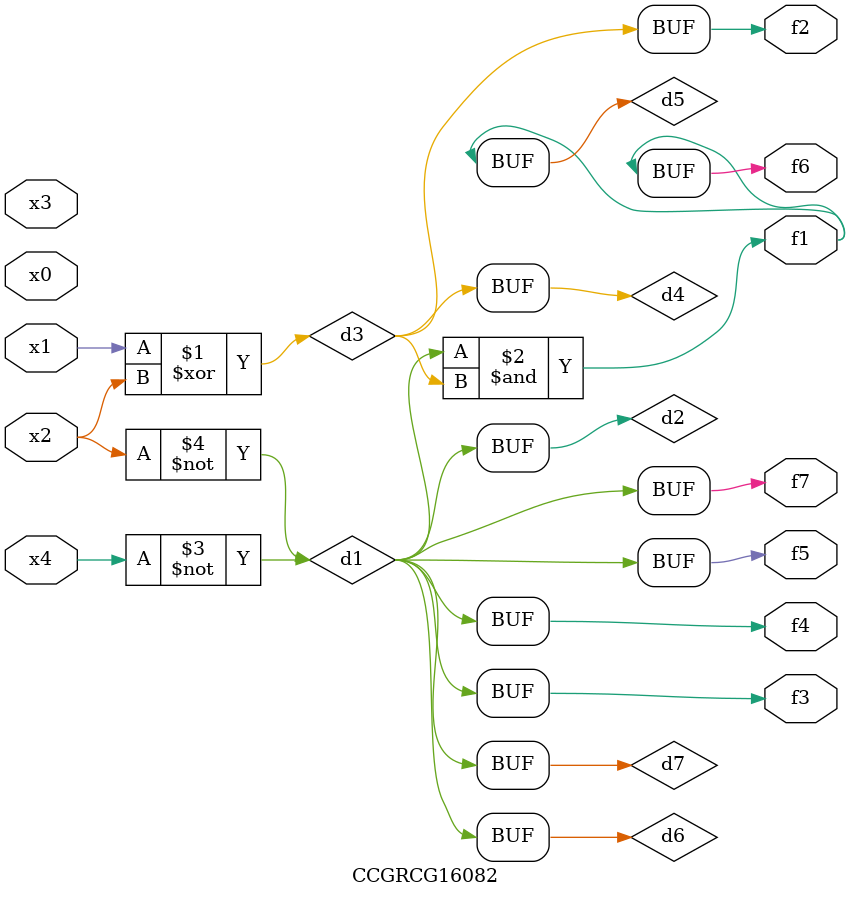
<source format=v>
module CCGRCG16082(
	input x0, x1, x2, x3, x4,
	output f1, f2, f3, f4, f5, f6, f7
);

	wire d1, d2, d3, d4, d5, d6, d7;

	not (d1, x4);
	not (d2, x2);
	xor (d3, x1, x2);
	buf (d4, d3);
	and (d5, d1, d3);
	buf (d6, d1, d2);
	buf (d7, d2);
	assign f1 = d5;
	assign f2 = d4;
	assign f3 = d7;
	assign f4 = d7;
	assign f5 = d7;
	assign f6 = d5;
	assign f7 = d7;
endmodule

</source>
